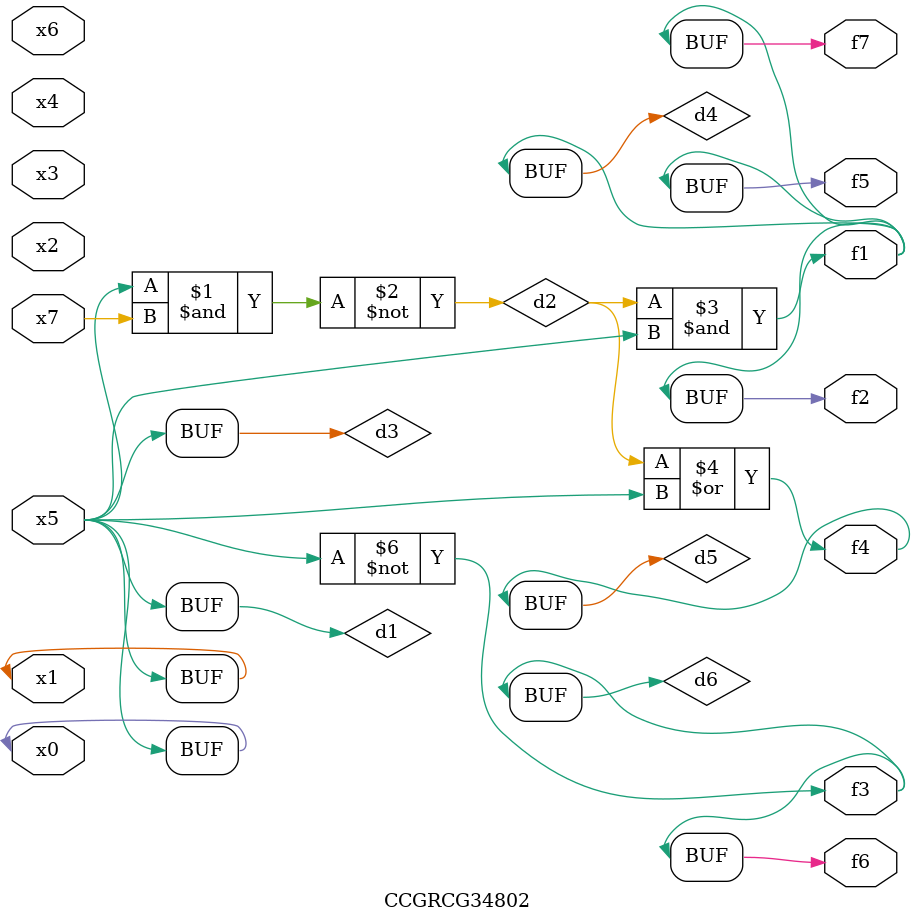
<source format=v>
module CCGRCG34802(
	input x0, x1, x2, x3, x4, x5, x6, x7,
	output f1, f2, f3, f4, f5, f6, f7
);

	wire d1, d2, d3, d4, d5, d6;

	buf (d1, x0, x5);
	nand (d2, x5, x7);
	buf (d3, x0, x1);
	and (d4, d2, d3);
	or (d5, d2, d3);
	nor (d6, d1, d3);
	assign f1 = d4;
	assign f2 = d4;
	assign f3 = d6;
	assign f4 = d5;
	assign f5 = d4;
	assign f6 = d6;
	assign f7 = d4;
endmodule

</source>
